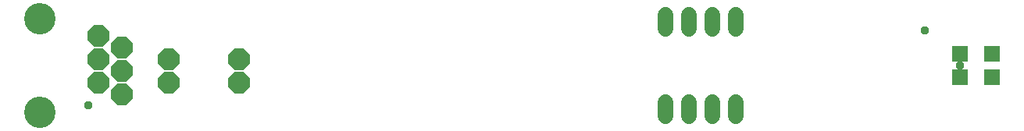
<source format=gbr>
G04 EAGLE Gerber RS-274X export*
G75*
%MOMM*%
%FSLAX34Y34*%
%LPD*%
%INSoldermask Top*%
%IPPOS*%
%AMOC8*
5,1,8,0,0,1.08239X$1,22.5*%
G01*
%ADD10C,1.003200*%
%ADD11R,1.703200X1.703200*%
%ADD12P,1.649562X8X202.500000*%
%ADD13C,1.611200*%
%ADD14C,3.403200*%
%ADD15R,1.611200X1.611200*%
%ADD16C,1.727200*%
%ADD17P,2.556822X8X22.500000*%
%ADD18C,0.959600*%


D10*
X396875Y311150D03*
X396875Y285750D03*
X473075Y285750D03*
X473075Y311150D03*
X396875Y311150D03*
X473075Y311150D03*
X473075Y285750D03*
X396875Y285750D03*
D11*
X1254088Y317500D03*
X1289088Y317500D03*
X1254088Y292100D03*
X1289088Y292100D03*
D12*
X473075Y285750D03*
X396875Y285750D03*
X473075Y311150D03*
X396875Y311150D03*
D13*
X320675Y336550D03*
D14*
X257175Y254000D03*
X257175Y355600D03*
D13*
X320675Y311150D03*
X320675Y285750D03*
X346075Y323850D03*
X346075Y298450D03*
D15*
X346075Y273050D03*
D16*
X935038Y344805D02*
X935038Y360045D01*
X960438Y360045D02*
X960438Y344805D01*
X985838Y344805D02*
X985838Y360045D01*
X1011238Y360045D02*
X1011238Y344805D01*
X935038Y264795D02*
X935038Y249555D01*
X960438Y249555D02*
X960438Y264795D01*
X985838Y264795D02*
X985838Y249555D01*
X1011238Y249555D02*
X1011238Y264795D01*
D17*
X473075Y311150D03*
X473075Y285750D03*
X396875Y285750D03*
X396875Y311150D03*
X320675Y336550D03*
X346075Y323850D03*
X346075Y298450D03*
X320675Y311150D03*
X320675Y285750D03*
X346075Y273050D03*
D18*
X309563Y261938D03*
X1254125Y304800D03*
X1216025Y342900D03*
M02*

</source>
